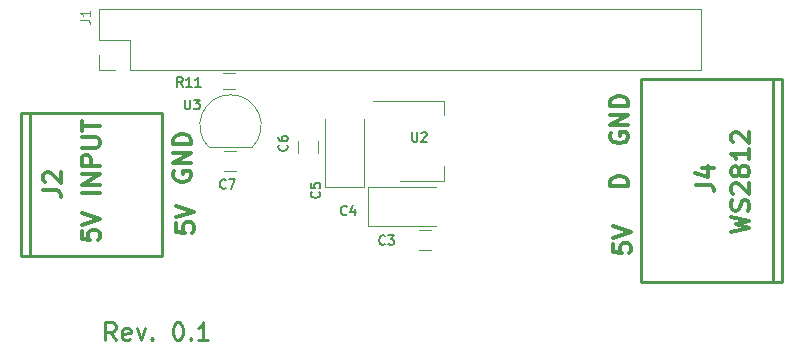
<source format=gto>
G04 #@! TF.GenerationSoftware,KiCad,Pcbnew,5.0.0-fee4fd1~66~ubuntu16.04.1*
G04 #@! TF.CreationDate,2018-08-08T16:17:55+03:00*
G04 #@! TF.ProjectId,rpi_zero_ws2812,7270695F7A65726F5F7773323831322E,rev?*
G04 #@! TF.SameCoordinates,Original*
G04 #@! TF.FileFunction,Legend,Top*
G04 #@! TF.FilePolarity,Positive*
%FSLAX46Y46*%
G04 Gerber Fmt 4.6, Leading zero omitted, Abs format (unit mm)*
G04 Created by KiCad (PCBNEW 5.0.0-fee4fd1~66~ubuntu16.04.1) date Wed Aug  8 16:17:55 2018*
%MOMM*%
%LPD*%
G01*
G04 APERTURE LIST*
%ADD10C,0.300000*%
%ADD11C,0.250000*%
%ADD12C,0.120000*%
%ADD13C,0.254000*%
%ADD14C,0.180000*%
%ADD15C,0.304800*%
%ADD16C,1.600000*%
%ADD17C,3.200000*%
%ADD18O,1.700000X1.700000*%
%ADD19R,1.700000X1.700000*%
%ADD20R,1.500000X1.250000*%
%ADD21R,3.200000X2.500000*%
%ADD22R,2.500000X3.200000*%
%ADD23R,1.250000X1.500000*%
%ADD24R,2.000000X1.500000*%
%ADD25R,2.000000X3.800000*%
%ADD26R,1.200000X0.900000*%
%ADD27R,0.900000X1.500000*%
%ADD28O,0.900000X1.500000*%
%ADD29R,2.999740X2.999740*%
%ADD30C,2.999740*%
G04 APERTURE END LIST*
D10*
X161340451Y-95402277D02*
X159840451Y-95402277D01*
X159840451Y-95045134D01*
X159911880Y-94830848D01*
X160054737Y-94687991D01*
X160197594Y-94616562D01*
X160483308Y-94545134D01*
X160697594Y-94545134D01*
X160983308Y-94616562D01*
X161126165Y-94687991D01*
X161269022Y-94830848D01*
X161340451Y-95045134D01*
X161340451Y-95402277D01*
X159911880Y-90902277D02*
X159840451Y-91045134D01*
X159840451Y-91259420D01*
X159911880Y-91473705D01*
X160054737Y-91616562D01*
X160197594Y-91687991D01*
X160483308Y-91759420D01*
X160697594Y-91759420D01*
X160983308Y-91687991D01*
X161126165Y-91616562D01*
X161269022Y-91473705D01*
X161340451Y-91259420D01*
X161340451Y-91116562D01*
X161269022Y-90902277D01*
X161197594Y-90830848D01*
X160697594Y-90830848D01*
X160697594Y-91116562D01*
X161340451Y-90187991D02*
X159840451Y-90187991D01*
X161340451Y-89330848D01*
X159840451Y-89330848D01*
X161340451Y-88616562D02*
X159840451Y-88616562D01*
X159840451Y-88259420D01*
X159911880Y-88045134D01*
X160054737Y-87902277D01*
X160197594Y-87830848D01*
X160483308Y-87759420D01*
X160697594Y-87759420D01*
X160983308Y-87830848D01*
X161126165Y-87902277D01*
X161269022Y-88045134D01*
X161340451Y-88259420D01*
X161340451Y-88616562D01*
X160090451Y-100295134D02*
X160090451Y-101009420D01*
X160804737Y-101080848D01*
X160733308Y-101009420D01*
X160661880Y-100866562D01*
X160661880Y-100509420D01*
X160733308Y-100366562D01*
X160804737Y-100295134D01*
X160947594Y-100223705D01*
X161304737Y-100223705D01*
X161447594Y-100295134D01*
X161519022Y-100366562D01*
X161590451Y-100509420D01*
X161590451Y-100866562D01*
X161519022Y-101009420D01*
X161447594Y-101080848D01*
X160090451Y-99795134D02*
X161590451Y-99295134D01*
X160090451Y-98795134D01*
X122911880Y-94152277D02*
X122840451Y-94295134D01*
X122840451Y-94509420D01*
X122911880Y-94723705D01*
X123054737Y-94866562D01*
X123197594Y-94937991D01*
X123483308Y-95009420D01*
X123697594Y-95009420D01*
X123983308Y-94937991D01*
X124126165Y-94866562D01*
X124269022Y-94723705D01*
X124340451Y-94509420D01*
X124340451Y-94366562D01*
X124269022Y-94152277D01*
X124197594Y-94080848D01*
X123697594Y-94080848D01*
X123697594Y-94366562D01*
X124340451Y-93437991D02*
X122840451Y-93437991D01*
X124340451Y-92580848D01*
X122840451Y-92580848D01*
X124340451Y-91866562D02*
X122840451Y-91866562D01*
X122840451Y-91509420D01*
X122911880Y-91295134D01*
X123054737Y-91152277D01*
X123197594Y-91080848D01*
X123483308Y-91009420D01*
X123697594Y-91009420D01*
X123983308Y-91080848D01*
X124126165Y-91152277D01*
X124269022Y-91295134D01*
X124340451Y-91509420D01*
X124340451Y-91866562D01*
X123090451Y-98545134D02*
X123090451Y-99259420D01*
X123804737Y-99330848D01*
X123733308Y-99259420D01*
X123661880Y-99116562D01*
X123661880Y-98759420D01*
X123733308Y-98616562D01*
X123804737Y-98545134D01*
X123947594Y-98473705D01*
X124304737Y-98473705D01*
X124447594Y-98545134D01*
X124519022Y-98616562D01*
X124590451Y-98759420D01*
X124590451Y-99116562D01*
X124519022Y-99259420D01*
X124447594Y-99330848D01*
X123090451Y-98045134D02*
X124590451Y-97545134D01*
X123090451Y-97045134D01*
D11*
X117947594Y-108437991D02*
X117447594Y-107723705D01*
X117090451Y-108437991D02*
X117090451Y-106937991D01*
X117661880Y-106937991D01*
X117804737Y-107009420D01*
X117876165Y-107080848D01*
X117947594Y-107223705D01*
X117947594Y-107437991D01*
X117876165Y-107580848D01*
X117804737Y-107652277D01*
X117661880Y-107723705D01*
X117090451Y-107723705D01*
X119161880Y-108366562D02*
X119019022Y-108437991D01*
X118733308Y-108437991D01*
X118590451Y-108366562D01*
X118519022Y-108223705D01*
X118519022Y-107652277D01*
X118590451Y-107509420D01*
X118733308Y-107437991D01*
X119019022Y-107437991D01*
X119161880Y-107509420D01*
X119233308Y-107652277D01*
X119233308Y-107795134D01*
X118519022Y-107937991D01*
X119733308Y-107437991D02*
X120090451Y-108437991D01*
X120447594Y-107437991D01*
X121019022Y-108295134D02*
X121090451Y-108366562D01*
X121019022Y-108437991D01*
X120947594Y-108366562D01*
X121019022Y-108295134D01*
X121019022Y-108437991D01*
X123161880Y-106937991D02*
X123304737Y-106937991D01*
X123447594Y-107009420D01*
X123519022Y-107080848D01*
X123590451Y-107223705D01*
X123661880Y-107509420D01*
X123661880Y-107866562D01*
X123590451Y-108152277D01*
X123519022Y-108295134D01*
X123447594Y-108366562D01*
X123304737Y-108437991D01*
X123161880Y-108437991D01*
X123019022Y-108366562D01*
X122947594Y-108295134D01*
X122876165Y-108152277D01*
X122804737Y-107866562D01*
X122804737Y-107509420D01*
X122876165Y-107223705D01*
X122947594Y-107080848D01*
X123019022Y-107009420D01*
X123161880Y-106937991D01*
X124304737Y-108295134D02*
X124376165Y-108366562D01*
X124304737Y-108437991D01*
X124233308Y-108366562D01*
X124304737Y-108295134D01*
X124304737Y-108437991D01*
X125804737Y-108437991D02*
X124947594Y-108437991D01*
X125376165Y-108437991D02*
X125376165Y-106937991D01*
X125233308Y-107152277D01*
X125090451Y-107295134D01*
X124947594Y-107366562D01*
D12*
G04 #@! TO.C,J1*
X116581880Y-85589420D02*
X116581880Y-84259420D01*
X117911880Y-85589420D02*
X116581880Y-85589420D01*
X116581880Y-82989420D02*
X116581880Y-80389420D01*
X119181880Y-82989420D02*
X116581880Y-82989420D01*
X119181880Y-85589420D02*
X119181880Y-82989420D01*
X116581880Y-80389420D02*
X167501880Y-80389420D01*
X119181880Y-85589420D02*
X167501880Y-85589420D01*
X167501880Y-85589420D02*
X167501880Y-80389420D01*
G04 #@! TO.C,C3*
X144661880Y-99109420D02*
X143661880Y-99109420D01*
X143661880Y-100809420D02*
X144661880Y-100809420D01*
G04 #@! TO.C,C4*
X139311880Y-95509420D02*
X139311880Y-98809420D01*
X139311880Y-98809420D02*
X145111880Y-98809420D01*
X139311880Y-95509420D02*
X145111880Y-95509420D01*
G04 #@! TO.C,C5*
X135711880Y-95509420D02*
X135711880Y-89709420D01*
X139011880Y-95509420D02*
X139011880Y-89709420D01*
X135711880Y-95509420D02*
X139011880Y-95509420D01*
G04 #@! TO.C,C6*
X135111880Y-92559420D02*
X135111880Y-91559420D01*
X133411880Y-91559420D02*
X133411880Y-92559420D01*
G04 #@! TO.C,U2*
X139761880Y-88149420D02*
X145771880Y-88149420D01*
X142011880Y-94969420D02*
X145771880Y-94969420D01*
X145771880Y-88149420D02*
X145771880Y-89409420D01*
X145771880Y-94969420D02*
X145771880Y-93709420D01*
G04 #@! TO.C,C7*
X128161880Y-92409420D02*
X127161880Y-92409420D01*
X127161880Y-94109420D02*
X128161880Y-94109420D01*
G04 #@! TO.C,R11*
X128061880Y-87189420D02*
X127061880Y-87189420D01*
X127061880Y-85829420D02*
X128061880Y-85829420D01*
G04 #@! TO.C,U3*
X129520358Y-92097898D02*
G75*
G03X127681880Y-87659420I-1838478J1838478D01*
G01*
X125843402Y-92097898D02*
G75*
G02X127681880Y-87659420I1838478J1838478D01*
G01*
X125881880Y-92109420D02*
X129481880Y-92109420D01*
D13*
G04 #@! TO.C,J2*
X110712000Y-101269700D02*
X110712000Y-89169140D01*
X121910860Y-89169140D02*
X121910860Y-101269700D01*
X121910860Y-101269700D02*
X109911900Y-101269700D01*
X109911900Y-89169140D02*
X109911900Y-101269700D01*
X121910860Y-89169140D02*
X109911900Y-89169140D01*
G04 #@! TO.C,J4*
X174411860Y-103529860D02*
X174411860Y-86328980D01*
X173611760Y-86328980D02*
X173611760Y-103529860D01*
X162412900Y-86328980D02*
X162412900Y-103529860D01*
X162412900Y-86328980D02*
X174411860Y-86328980D01*
X162412900Y-103529860D02*
X174411860Y-103529860D01*
G04 #@! TO.C,J1*
D12*
X114973784Y-81326086D02*
X115545213Y-81326086D01*
X115659499Y-81364181D01*
X115735689Y-81440372D01*
X115773784Y-81554658D01*
X115773784Y-81630848D01*
X115773784Y-80526086D02*
X115773784Y-80983229D01*
X115773784Y-80754658D02*
X114973784Y-80754658D01*
X115088070Y-80830848D01*
X115164260Y-80907039D01*
X115202356Y-80983229D01*
G04 #@! TO.C,C3*
D14*
X140778546Y-100295134D02*
X140740451Y-100333229D01*
X140626165Y-100371324D01*
X140549975Y-100371324D01*
X140435689Y-100333229D01*
X140359499Y-100257039D01*
X140321403Y-100180848D01*
X140283308Y-100028467D01*
X140283308Y-99914181D01*
X140321403Y-99761800D01*
X140359499Y-99685610D01*
X140435689Y-99609420D01*
X140549975Y-99571324D01*
X140626165Y-99571324D01*
X140740451Y-99609420D01*
X140778546Y-99647515D01*
X141045213Y-99571324D02*
X141540451Y-99571324D01*
X141273784Y-99876086D01*
X141388070Y-99876086D01*
X141464260Y-99914181D01*
X141502356Y-99952277D01*
X141540451Y-100028467D01*
X141540451Y-100218943D01*
X141502356Y-100295134D01*
X141464260Y-100333229D01*
X141388070Y-100371324D01*
X141159499Y-100371324D01*
X141083308Y-100333229D01*
X141045213Y-100295134D01*
G04 #@! TO.C,C4*
X137528546Y-97795134D02*
X137490451Y-97833229D01*
X137376165Y-97871324D01*
X137299975Y-97871324D01*
X137185689Y-97833229D01*
X137109499Y-97757039D01*
X137071403Y-97680848D01*
X137033308Y-97528467D01*
X137033308Y-97414181D01*
X137071403Y-97261800D01*
X137109499Y-97185610D01*
X137185689Y-97109420D01*
X137299975Y-97071324D01*
X137376165Y-97071324D01*
X137490451Y-97109420D01*
X137528546Y-97147515D01*
X138214260Y-97337991D02*
X138214260Y-97871324D01*
X138023784Y-97033229D02*
X137833308Y-97604658D01*
X138328546Y-97604658D01*
G04 #@! TO.C,C5*
X135197594Y-95892753D02*
X135235689Y-95930848D01*
X135273784Y-96045134D01*
X135273784Y-96121324D01*
X135235689Y-96235610D01*
X135159499Y-96311800D01*
X135083308Y-96349896D01*
X134930927Y-96387991D01*
X134816641Y-96387991D01*
X134664260Y-96349896D01*
X134588070Y-96311800D01*
X134511880Y-96235610D01*
X134473784Y-96121324D01*
X134473784Y-96045134D01*
X134511880Y-95930848D01*
X134549975Y-95892753D01*
X134473784Y-95168943D02*
X134473784Y-95549896D01*
X134854737Y-95587991D01*
X134816641Y-95549896D01*
X134778546Y-95473705D01*
X134778546Y-95283229D01*
X134816641Y-95207039D01*
X134854737Y-95168943D01*
X134930927Y-95130848D01*
X135121403Y-95130848D01*
X135197594Y-95168943D01*
X135235689Y-95207039D01*
X135273784Y-95283229D01*
X135273784Y-95473705D01*
X135235689Y-95549896D01*
X135197594Y-95587991D01*
G04 #@! TO.C,C6*
X132447594Y-91892753D02*
X132485689Y-91930848D01*
X132523784Y-92045134D01*
X132523784Y-92121324D01*
X132485689Y-92235610D01*
X132409499Y-92311800D01*
X132333308Y-92349896D01*
X132180927Y-92387991D01*
X132066641Y-92387991D01*
X131914260Y-92349896D01*
X131838070Y-92311800D01*
X131761880Y-92235610D01*
X131723784Y-92121324D01*
X131723784Y-92045134D01*
X131761880Y-91930848D01*
X131799975Y-91892753D01*
X131723784Y-91207039D02*
X131723784Y-91359420D01*
X131761880Y-91435610D01*
X131799975Y-91473705D01*
X131914260Y-91549896D01*
X132066641Y-91587991D01*
X132371403Y-91587991D01*
X132447594Y-91549896D01*
X132485689Y-91511800D01*
X132523784Y-91435610D01*
X132523784Y-91283229D01*
X132485689Y-91207039D01*
X132447594Y-91168943D01*
X132371403Y-91130848D01*
X132180927Y-91130848D01*
X132104737Y-91168943D01*
X132066641Y-91207039D01*
X132028546Y-91283229D01*
X132028546Y-91435610D01*
X132066641Y-91511800D01*
X132104737Y-91549896D01*
X132180927Y-91587991D01*
G04 #@! TO.C,U2*
X143052356Y-90821324D02*
X143052356Y-91468943D01*
X143090451Y-91545134D01*
X143128546Y-91583229D01*
X143204737Y-91621324D01*
X143357118Y-91621324D01*
X143433308Y-91583229D01*
X143471403Y-91545134D01*
X143509499Y-91468943D01*
X143509499Y-90821324D01*
X143852356Y-90897515D02*
X143890451Y-90859420D01*
X143966641Y-90821324D01*
X144157118Y-90821324D01*
X144233308Y-90859420D01*
X144271403Y-90897515D01*
X144309499Y-90973705D01*
X144309499Y-91049896D01*
X144271403Y-91164181D01*
X143814260Y-91621324D01*
X144309499Y-91621324D01*
G04 #@! TO.C,C7*
X127278546Y-95545134D02*
X127240451Y-95583229D01*
X127126165Y-95621324D01*
X127049975Y-95621324D01*
X126935689Y-95583229D01*
X126859499Y-95507039D01*
X126821403Y-95430848D01*
X126783308Y-95278467D01*
X126783308Y-95164181D01*
X126821403Y-95011800D01*
X126859499Y-94935610D01*
X126935689Y-94859420D01*
X127049975Y-94821324D01*
X127126165Y-94821324D01*
X127240451Y-94859420D01*
X127278546Y-94897515D01*
X127545213Y-94821324D02*
X128078546Y-94821324D01*
X127735689Y-95621324D01*
G04 #@! TO.C,R11*
X123647594Y-86971324D02*
X123380927Y-86590372D01*
X123190451Y-86971324D02*
X123190451Y-86171324D01*
X123495213Y-86171324D01*
X123571403Y-86209420D01*
X123609499Y-86247515D01*
X123647594Y-86323705D01*
X123647594Y-86437991D01*
X123609499Y-86514181D01*
X123571403Y-86552277D01*
X123495213Y-86590372D01*
X123190451Y-86590372D01*
X124409499Y-86971324D02*
X123952356Y-86971324D01*
X124180927Y-86971324D02*
X124180927Y-86171324D01*
X124104737Y-86285610D01*
X124028546Y-86361800D01*
X123952356Y-86399896D01*
X125171403Y-86971324D02*
X124714260Y-86971324D01*
X124942832Y-86971324D02*
X124942832Y-86171324D01*
X124866641Y-86285610D01*
X124790451Y-86361800D01*
X124714260Y-86399896D01*
G04 #@! TO.C,U3*
X123802356Y-88071324D02*
X123802356Y-88718943D01*
X123840451Y-88795134D01*
X123878546Y-88833229D01*
X123954737Y-88871324D01*
X124107118Y-88871324D01*
X124183308Y-88833229D01*
X124221403Y-88795134D01*
X124259499Y-88718943D01*
X124259499Y-88071324D01*
X124564260Y-88071324D02*
X125059499Y-88071324D01*
X124792832Y-88376086D01*
X124907118Y-88376086D01*
X124983308Y-88414181D01*
X125021403Y-88452277D01*
X125059499Y-88528467D01*
X125059499Y-88718943D01*
X125021403Y-88795134D01*
X124983308Y-88833229D01*
X124907118Y-88871324D01*
X124678546Y-88871324D01*
X124602356Y-88833229D01*
X124564260Y-88795134D01*
G04 #@! TO.C,J2*
D15*
X111827308Y-95727420D02*
X112915880Y-95727420D01*
X113133594Y-95799991D01*
X113278737Y-95945134D01*
X113351308Y-96162848D01*
X113351308Y-96307991D01*
X111972451Y-95074277D02*
X111899880Y-95001705D01*
X111827308Y-94856562D01*
X111827308Y-94493705D01*
X111899880Y-94348562D01*
X111972451Y-94275991D01*
X112117594Y-94203420D01*
X112262737Y-94203420D01*
X112480451Y-94275991D01*
X113351308Y-95146848D01*
X113351308Y-94203420D01*
X115077308Y-99182277D02*
X115077308Y-99907991D01*
X115803022Y-99980562D01*
X115730451Y-99907991D01*
X115657880Y-99762848D01*
X115657880Y-99399991D01*
X115730451Y-99254848D01*
X115803022Y-99182277D01*
X115948165Y-99109705D01*
X116311022Y-99109705D01*
X116456165Y-99182277D01*
X116528737Y-99254848D01*
X116601308Y-99399991D01*
X116601308Y-99762848D01*
X116528737Y-99907991D01*
X116456165Y-99980562D01*
X115077308Y-98674277D02*
X116601308Y-98166277D01*
X115077308Y-97658277D01*
X116601308Y-95989134D02*
X115077308Y-95989134D01*
X116601308Y-95263420D02*
X115077308Y-95263420D01*
X116601308Y-94392562D01*
X115077308Y-94392562D01*
X116601308Y-93666848D02*
X115077308Y-93666848D01*
X115077308Y-93086277D01*
X115149880Y-92941134D01*
X115222451Y-92868562D01*
X115367594Y-92795991D01*
X115585308Y-92795991D01*
X115730451Y-92868562D01*
X115803022Y-92941134D01*
X115875594Y-93086277D01*
X115875594Y-93666848D01*
X115077308Y-92142848D02*
X116311022Y-92142848D01*
X116456165Y-92070277D01*
X116528737Y-91997705D01*
X116601308Y-91852562D01*
X116601308Y-91562277D01*
X116528737Y-91417134D01*
X116456165Y-91344562D01*
X116311022Y-91271991D01*
X115077308Y-91271991D01*
X115077308Y-90763991D02*
X115077308Y-89893134D01*
X116601308Y-90328562D02*
X115077308Y-90328562D01*
G04 #@! TO.C,J4*
X167077308Y-95267420D02*
X168165880Y-95267420D01*
X168383594Y-95339991D01*
X168528737Y-95485134D01*
X168601308Y-95702848D01*
X168601308Y-95847991D01*
X167585308Y-93888562D02*
X168601308Y-93888562D01*
X167004737Y-94251420D02*
X168093308Y-94614277D01*
X168093308Y-93670848D01*
X170077308Y-99291134D02*
X171601308Y-98928277D01*
X170512737Y-98637991D01*
X171601308Y-98347705D01*
X170077308Y-97984848D01*
X171528737Y-97476848D02*
X171601308Y-97259134D01*
X171601308Y-96896277D01*
X171528737Y-96751134D01*
X171456165Y-96678562D01*
X171311022Y-96605991D01*
X171165880Y-96605991D01*
X171020737Y-96678562D01*
X170948165Y-96751134D01*
X170875594Y-96896277D01*
X170803022Y-97186562D01*
X170730451Y-97331705D01*
X170657880Y-97404277D01*
X170512737Y-97476848D01*
X170367594Y-97476848D01*
X170222451Y-97404277D01*
X170149880Y-97331705D01*
X170077308Y-97186562D01*
X170077308Y-96823705D01*
X170149880Y-96605991D01*
X170222451Y-96025420D02*
X170149880Y-95952848D01*
X170077308Y-95807705D01*
X170077308Y-95444848D01*
X170149880Y-95299705D01*
X170222451Y-95227134D01*
X170367594Y-95154562D01*
X170512737Y-95154562D01*
X170730451Y-95227134D01*
X171601308Y-96097991D01*
X171601308Y-95154562D01*
X170730451Y-94283705D02*
X170657880Y-94428848D01*
X170585308Y-94501420D01*
X170440165Y-94573991D01*
X170367594Y-94573991D01*
X170222451Y-94501420D01*
X170149880Y-94428848D01*
X170077308Y-94283705D01*
X170077308Y-93993420D01*
X170149880Y-93848277D01*
X170222451Y-93775705D01*
X170367594Y-93703134D01*
X170440165Y-93703134D01*
X170585308Y-93775705D01*
X170657880Y-93848277D01*
X170730451Y-93993420D01*
X170730451Y-94283705D01*
X170803022Y-94428848D01*
X170875594Y-94501420D01*
X171020737Y-94573991D01*
X171311022Y-94573991D01*
X171456165Y-94501420D01*
X171528737Y-94428848D01*
X171601308Y-94283705D01*
X171601308Y-93993420D01*
X171528737Y-93848277D01*
X171456165Y-93775705D01*
X171311022Y-93703134D01*
X171020737Y-93703134D01*
X170875594Y-93775705D01*
X170803022Y-93848277D01*
X170730451Y-93993420D01*
X171601308Y-92251705D02*
X171601308Y-93122562D01*
X171601308Y-92687134D02*
X170077308Y-92687134D01*
X170295022Y-92832277D01*
X170440165Y-92977420D01*
X170512737Y-93122562D01*
X170222451Y-91671134D02*
X170149880Y-91598562D01*
X170077308Y-91453420D01*
X170077308Y-91090562D01*
X170149880Y-90945420D01*
X170222451Y-90872848D01*
X170367594Y-90800277D01*
X170512737Y-90800277D01*
X170730451Y-90872848D01*
X171601308Y-91743705D01*
X171601308Y-90800277D01*
G04 #@! TD*
%LPC*%
D16*
G04 #@! TO.C,REF\002A\002A*
X155911880Y-87259420D03*
G04 #@! TD*
G04 #@! TO.C,REF\002A\002A*
X155911880Y-89259420D03*
G04 #@! TD*
G04 #@! TO.C,REF\002A\002A*
X155911880Y-91259420D03*
G04 #@! TD*
G04 #@! TO.C,REF\002A\002A*
X155911880Y-93259420D03*
G04 #@! TD*
G04 #@! TO.C,REF\002A\002A*
X153911880Y-87259420D03*
G04 #@! TD*
G04 #@! TO.C,REF\002A\002A*
X153911880Y-89259420D03*
G04 #@! TD*
G04 #@! TO.C,REF\002A\002A*
X153911880Y-91259420D03*
G04 #@! TD*
G04 #@! TO.C,REF\002A\002A*
X153911880Y-93259420D03*
G04 #@! TD*
G04 #@! TO.C,REF\002A\002A*
X151911880Y-87259420D03*
G04 #@! TD*
G04 #@! TO.C,REF\002A\002A*
X151911880Y-89259420D03*
G04 #@! TD*
G04 #@! TO.C,REF\002A\002A*
X151911880Y-91259420D03*
G04 #@! TD*
G04 #@! TO.C,REF\002A\002A*
X151911880Y-93259420D03*
G04 #@! TD*
G04 #@! TO.C,REF\002A\002A*
X149911880Y-87259420D03*
G04 #@! TD*
G04 #@! TO.C,REF\002A\002A*
X149911880Y-89259420D03*
G04 #@! TD*
G04 #@! TO.C,REF\002A\002A*
X149911880Y-91259420D03*
G04 #@! TD*
G04 #@! TO.C,REF\002A\002A*
X149911880Y-93259420D03*
G04 #@! TD*
D17*
G04 #@! TO.C,REF\002A\002A*
X112711880Y-82659420D03*
G04 #@! TD*
G04 #@! TO.C,REF\002A\002A*
X112711880Y-106359420D03*
G04 #@! TD*
G04 #@! TO.C,REF\002A\002A*
X171311880Y-106359420D03*
G04 #@! TD*
G04 #@! TO.C,REF\002A\002A*
X171311880Y-82659420D03*
G04 #@! TD*
D18*
G04 #@! TO.C,J1*
X166171880Y-81719420D03*
X166171880Y-84259420D03*
X163631880Y-81719420D03*
X163631880Y-84259420D03*
X161091880Y-81719420D03*
X161091880Y-84259420D03*
X158551880Y-81719420D03*
X158551880Y-84259420D03*
X156011880Y-81719420D03*
X156011880Y-84259420D03*
X153471880Y-81719420D03*
X153471880Y-84259420D03*
X150931880Y-81719420D03*
X150931880Y-84259420D03*
X148391880Y-81719420D03*
X148391880Y-84259420D03*
X145851880Y-81719420D03*
X145851880Y-84259420D03*
X143311880Y-81719420D03*
X143311880Y-84259420D03*
X140771880Y-81719420D03*
X140771880Y-84259420D03*
X138231880Y-81719420D03*
X138231880Y-84259420D03*
X135691880Y-81719420D03*
X135691880Y-84259420D03*
X133151880Y-81719420D03*
X133151880Y-84259420D03*
X130611880Y-81719420D03*
X130611880Y-84259420D03*
X128071880Y-81719420D03*
X128071880Y-84259420D03*
X125531880Y-81719420D03*
X125531880Y-84259420D03*
X122991880Y-81719420D03*
X122991880Y-84259420D03*
X120451880Y-81719420D03*
X120451880Y-84259420D03*
X117911880Y-81719420D03*
D19*
X117911880Y-84259420D03*
G04 #@! TD*
D20*
G04 #@! TO.C,C3*
X142911880Y-99959420D03*
X145411880Y-99959420D03*
G04 #@! TD*
D21*
G04 #@! TO.C,C4*
X145511880Y-97159420D03*
X141211880Y-97159420D03*
G04 #@! TD*
D22*
G04 #@! TO.C,C5*
X137361880Y-93609420D03*
X137361880Y-89309420D03*
G04 #@! TD*
D23*
G04 #@! TO.C,C6*
X134261880Y-90809420D03*
X134261880Y-93309420D03*
G04 #@! TD*
D24*
G04 #@! TO.C,U2*
X140711880Y-89259420D03*
X140711880Y-93859420D03*
X140711880Y-91559420D03*
D25*
X147011880Y-91559420D03*
G04 #@! TD*
D20*
G04 #@! TO.C,C7*
X126411880Y-93259420D03*
X128911880Y-93259420D03*
G04 #@! TD*
D26*
G04 #@! TO.C,R11*
X126461880Y-86509420D03*
X128661880Y-86509420D03*
G04 #@! TD*
D27*
G04 #@! TO.C,U3*
X126411880Y-90259420D03*
D28*
X128951880Y-90259420D03*
X127681880Y-90259420D03*
G04 #@! TD*
D29*
G04 #@! TO.C,J2*
X119911880Y-97759420D03*
D30*
X119911880Y-92679420D03*
G04 #@! TD*
D29*
G04 #@! TO.C,J4*
X164411880Y-89849420D03*
D30*
X164411880Y-94929420D03*
X164411880Y-100009420D03*
G04 #@! TD*
M02*

</source>
